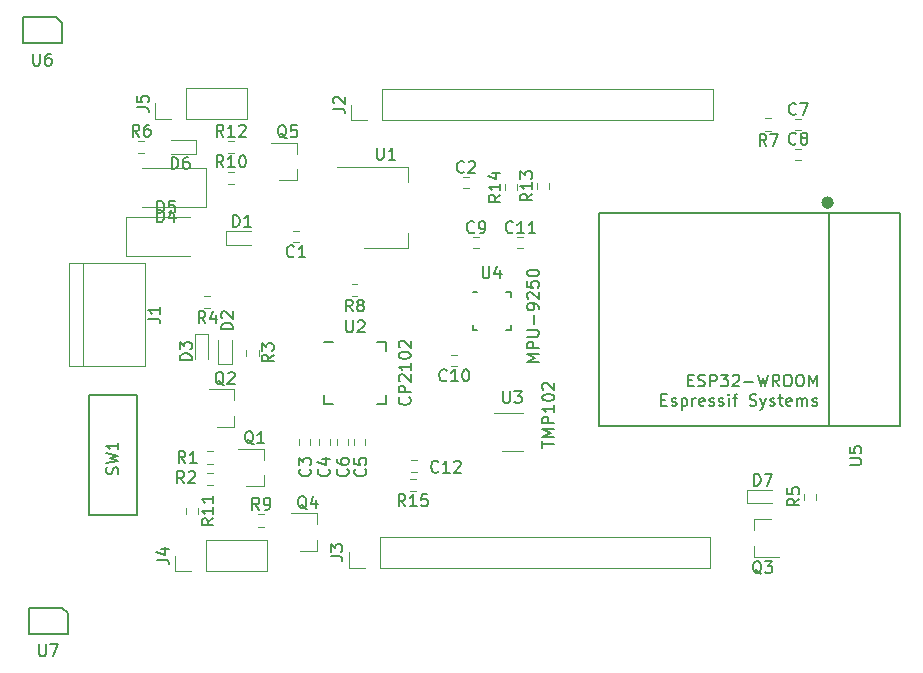
<source format=gbr>
G04 #@! TF.GenerationSoftware,KiCad,Pcbnew,no-vcs-found-aeac415~59~ubuntu16.04.1*
G04 #@! TF.CreationDate,2017-08-23T23:17:48+02:00*
G04 #@! TF.ProjectId,GhostESP32,47686F737445535033322E6B69636164,rev?*
G04 #@! TF.SameCoordinates,Original*
G04 #@! TF.FileFunction,Legend,Top*
G04 #@! TF.FilePolarity,Positive*
%FSLAX46Y46*%
G04 Gerber Fmt 4.6, Leading zero omitted, Abs format (unit mm)*
G04 Created by KiCad (PCBNEW no-vcs-found-aeac415~59~ubuntu16.04.1) date Wed Aug 23 23:17:48 2017*
%MOMM*%
%LPD*%
G01*
G04 APERTURE LIST*
%ADD10C,0.150000*%
%ADD11C,0.120000*%
%ADD12C,0.500000*%
G04 APERTURE END LIST*
D10*
X144107142Y-111595238D02*
X144154761Y-111642857D01*
X144202380Y-111785714D01*
X144202380Y-111880952D01*
X144154761Y-112023809D01*
X144059523Y-112119047D01*
X143964285Y-112166666D01*
X143773809Y-112214285D01*
X143630952Y-112214285D01*
X143440476Y-112166666D01*
X143345238Y-112119047D01*
X143250000Y-112023809D01*
X143202380Y-111880952D01*
X143202380Y-111785714D01*
X143250000Y-111642857D01*
X143297619Y-111595238D01*
X144202380Y-111166666D02*
X143202380Y-111166666D01*
X143202380Y-110785714D01*
X143250000Y-110690476D01*
X143297619Y-110642857D01*
X143392857Y-110595238D01*
X143535714Y-110595238D01*
X143630952Y-110642857D01*
X143678571Y-110690476D01*
X143726190Y-110785714D01*
X143726190Y-111166666D01*
X143297619Y-110214285D02*
X143250000Y-110166666D01*
X143202380Y-110071428D01*
X143202380Y-109833333D01*
X143250000Y-109738095D01*
X143297619Y-109690476D01*
X143392857Y-109642857D01*
X143488095Y-109642857D01*
X143630952Y-109690476D01*
X144202380Y-110261904D01*
X144202380Y-109642857D01*
X144202380Y-108690476D02*
X144202380Y-109261904D01*
X144202380Y-108976190D02*
X143202380Y-108976190D01*
X143345238Y-109071428D01*
X143440476Y-109166666D01*
X143488095Y-109261904D01*
X143202380Y-108071428D02*
X143202380Y-107976190D01*
X143250000Y-107880952D01*
X143297619Y-107833333D01*
X143392857Y-107785714D01*
X143583333Y-107738095D01*
X143821428Y-107738095D01*
X144011904Y-107785714D01*
X144107142Y-107833333D01*
X144154761Y-107880952D01*
X144202380Y-107976190D01*
X144202380Y-108071428D01*
X144154761Y-108166666D01*
X144107142Y-108214285D01*
X144011904Y-108261904D01*
X143821428Y-108309523D01*
X143583333Y-108309523D01*
X143392857Y-108261904D01*
X143297619Y-108214285D01*
X143250000Y-108166666D01*
X143202380Y-108071428D01*
X143297619Y-107357142D02*
X143250000Y-107309523D01*
X143202380Y-107214285D01*
X143202380Y-106976190D01*
X143250000Y-106880952D01*
X143297619Y-106833333D01*
X143392857Y-106785714D01*
X143488095Y-106785714D01*
X143630952Y-106833333D01*
X144202380Y-107404761D01*
X144202380Y-106785714D01*
X155052380Y-108580952D02*
X154052380Y-108580952D01*
X154766666Y-108247619D01*
X154052380Y-107914285D01*
X155052380Y-107914285D01*
X155052380Y-107438095D02*
X154052380Y-107438095D01*
X154052380Y-107057142D01*
X154100000Y-106961904D01*
X154147619Y-106914285D01*
X154242857Y-106866666D01*
X154385714Y-106866666D01*
X154480952Y-106914285D01*
X154528571Y-106961904D01*
X154576190Y-107057142D01*
X154576190Y-107438095D01*
X154052380Y-106438095D02*
X154861904Y-106438095D01*
X154957142Y-106390476D01*
X155004761Y-106342857D01*
X155052380Y-106247619D01*
X155052380Y-106057142D01*
X155004761Y-105961904D01*
X154957142Y-105914285D01*
X154861904Y-105866666D01*
X154052380Y-105866666D01*
X154671428Y-105390476D02*
X154671428Y-104628571D01*
X155052380Y-104104761D02*
X155052380Y-103914285D01*
X155004761Y-103819047D01*
X154957142Y-103771428D01*
X154814285Y-103676190D01*
X154623809Y-103628571D01*
X154242857Y-103628571D01*
X154147619Y-103676190D01*
X154100000Y-103723809D01*
X154052380Y-103819047D01*
X154052380Y-104009523D01*
X154100000Y-104104761D01*
X154147619Y-104152380D01*
X154242857Y-104200000D01*
X154480952Y-104200000D01*
X154576190Y-104152380D01*
X154623809Y-104104761D01*
X154671428Y-104009523D01*
X154671428Y-103819047D01*
X154623809Y-103723809D01*
X154576190Y-103676190D01*
X154480952Y-103628571D01*
X154147619Y-103247619D02*
X154100000Y-103200000D01*
X154052380Y-103104761D01*
X154052380Y-102866666D01*
X154100000Y-102771428D01*
X154147619Y-102723809D01*
X154242857Y-102676190D01*
X154338095Y-102676190D01*
X154480952Y-102723809D01*
X155052380Y-103295238D01*
X155052380Y-102676190D01*
X154052380Y-101771428D02*
X154052380Y-102247619D01*
X154528571Y-102295238D01*
X154480952Y-102247619D01*
X154433333Y-102152380D01*
X154433333Y-101914285D01*
X154480952Y-101819047D01*
X154528571Y-101771428D01*
X154623809Y-101723809D01*
X154861904Y-101723809D01*
X154957142Y-101771428D01*
X155004761Y-101819047D01*
X155052380Y-101914285D01*
X155052380Y-102152380D01*
X155004761Y-102247619D01*
X154957142Y-102295238D01*
X154052380Y-101104761D02*
X154052380Y-101009523D01*
X154100000Y-100914285D01*
X154147619Y-100866666D01*
X154242857Y-100819047D01*
X154433333Y-100771428D01*
X154671428Y-100771428D01*
X154861904Y-100819047D01*
X154957142Y-100866666D01*
X155004761Y-100914285D01*
X155052380Y-101009523D01*
X155052380Y-101104761D01*
X155004761Y-101200000D01*
X154957142Y-101247619D01*
X154861904Y-101295238D01*
X154671428Y-101342857D01*
X154433333Y-101342857D01*
X154242857Y-101295238D01*
X154147619Y-101247619D01*
X154100000Y-101200000D01*
X154052380Y-101104761D01*
X155352380Y-115835714D02*
X155352380Y-115264285D01*
X156352380Y-115550000D02*
X155352380Y-115550000D01*
X156352380Y-114930952D02*
X155352380Y-114930952D01*
X156066666Y-114597619D01*
X155352380Y-114264285D01*
X156352380Y-114264285D01*
X156352380Y-113788095D02*
X155352380Y-113788095D01*
X155352380Y-113407142D01*
X155400000Y-113311904D01*
X155447619Y-113264285D01*
X155542857Y-113216666D01*
X155685714Y-113216666D01*
X155780952Y-113264285D01*
X155828571Y-113311904D01*
X155876190Y-113407142D01*
X155876190Y-113788095D01*
X156352380Y-112264285D02*
X156352380Y-112835714D01*
X156352380Y-112550000D02*
X155352380Y-112550000D01*
X155495238Y-112645238D01*
X155590476Y-112740476D01*
X155638095Y-112835714D01*
X155352380Y-111645238D02*
X155352380Y-111550000D01*
X155400000Y-111454761D01*
X155447619Y-111407142D01*
X155542857Y-111359523D01*
X155733333Y-111311904D01*
X155971428Y-111311904D01*
X156161904Y-111359523D01*
X156257142Y-111407142D01*
X156304761Y-111454761D01*
X156352380Y-111550000D01*
X156352380Y-111645238D01*
X156304761Y-111740476D01*
X156257142Y-111788095D01*
X156161904Y-111835714D01*
X155971428Y-111883333D01*
X155733333Y-111883333D01*
X155542857Y-111835714D01*
X155447619Y-111788095D01*
X155400000Y-111740476D01*
X155352380Y-111645238D01*
X155447619Y-110930952D02*
X155400000Y-110883333D01*
X155352380Y-110788095D01*
X155352380Y-110550000D01*
X155400000Y-110454761D01*
X155447619Y-110407142D01*
X155542857Y-110359523D01*
X155638095Y-110359523D01*
X155780952Y-110407142D01*
X156352380Y-110978571D01*
X156352380Y-110359523D01*
D11*
X132010000Y-126330000D02*
X132010000Y-123670000D01*
X126870000Y-126330000D02*
X132010000Y-126330000D01*
X126870000Y-123670000D02*
X132010000Y-123670000D01*
X126870000Y-126330000D02*
X126870000Y-123670000D01*
X125600000Y-126330000D02*
X124270000Y-126330000D01*
X124270000Y-126330000D02*
X124270000Y-125000000D01*
X126900000Y-95450000D02*
X126900000Y-92150000D01*
X126900000Y-92150000D02*
X121500000Y-92150000D01*
X126900000Y-95450000D02*
X121500000Y-95450000D01*
X129250000Y-92470000D02*
X128750000Y-92470000D01*
X128750000Y-93530000D02*
X129250000Y-93530000D01*
D10*
X111899800Y-129382400D02*
X111874400Y-129407800D01*
X111874400Y-131592200D02*
X111874400Y-129407800D01*
X115176400Y-131592200D02*
X111874400Y-131592200D01*
X115176400Y-129865000D02*
X115176400Y-131592200D01*
X114693800Y-129382400D02*
X115176400Y-129865000D01*
X111899800Y-129382400D02*
X114693800Y-129382400D01*
X111399800Y-79382400D02*
X114193800Y-79382400D01*
X114193800Y-79382400D02*
X114676400Y-79865000D01*
X114676400Y-79865000D02*
X114676400Y-81592200D01*
X114676400Y-81592200D02*
X111374400Y-81592200D01*
X111374400Y-81592200D02*
X111374400Y-79407800D01*
X111399800Y-79382400D02*
X111374400Y-79407800D01*
D11*
X144750000Y-116930000D02*
X144250000Y-116930000D01*
X144250000Y-117870000D02*
X144750000Y-117870000D01*
X153250000Y-98970000D02*
X153750000Y-98970000D01*
X153750000Y-98030000D02*
X153250000Y-98030000D01*
X147650000Y-108970000D02*
X148150000Y-108970000D01*
X148150000Y-108030000D02*
X147650000Y-108030000D01*
X149500000Y-98970000D02*
X150000000Y-98970000D01*
X150000000Y-98030000D02*
X149500000Y-98030000D01*
X177250000Y-90530000D02*
X176750000Y-90530000D01*
X176750000Y-91470000D02*
X177250000Y-91470000D01*
X176750000Y-88970000D02*
X177250000Y-88970000D01*
X177250000Y-88030000D02*
X176750000Y-88030000D01*
X138870000Y-115650000D02*
X138870000Y-115150000D01*
X137930000Y-115150000D02*
X137930000Y-115650000D01*
X139430000Y-115150000D02*
X139430000Y-115650000D01*
X140370000Y-115650000D02*
X140370000Y-115150000D01*
X137370000Y-115650000D02*
X137370000Y-115150000D01*
X136430000Y-115150000D02*
X136430000Y-115650000D01*
X134730000Y-115150000D02*
X134730000Y-115650000D01*
X135670000Y-115650000D02*
X135670000Y-115150000D01*
X149150000Y-92930000D02*
X148650000Y-92930000D01*
X148650000Y-93870000D02*
X149150000Y-93870000D01*
X134750000Y-97530000D02*
X134250000Y-97530000D01*
X134250000Y-98470000D02*
X134750000Y-98470000D01*
X115270000Y-100250000D02*
X121680000Y-100250000D01*
X116500000Y-108950000D02*
X116500000Y-100250000D01*
X121680000Y-108950000D02*
X115270000Y-108950000D01*
X121680000Y-100250000D02*
X121680000Y-108950000D01*
X115270000Y-100250000D02*
X115270000Y-108950000D01*
X128600000Y-97530000D02*
X130700000Y-97530000D01*
X128600000Y-98670000D02*
X130700000Y-98670000D01*
X128600000Y-97530000D02*
X128600000Y-98670000D01*
X127930000Y-108800000D02*
X129070000Y-108800000D01*
X129070000Y-108800000D02*
X129070000Y-106700000D01*
X127930000Y-108800000D02*
X127930000Y-106700000D01*
X127070000Y-106200000D02*
X127070000Y-108300000D01*
X125930000Y-106200000D02*
X125930000Y-108300000D01*
X127070000Y-106200000D02*
X125930000Y-106200000D01*
X126000000Y-90970000D02*
X126000000Y-89830000D01*
X126000000Y-89830000D02*
X123900000Y-89830000D01*
X126000000Y-90970000D02*
X123900000Y-90970000D01*
X172700000Y-119430000D02*
X174800000Y-119430000D01*
X172700000Y-120570000D02*
X174800000Y-120570000D01*
X172700000Y-119430000D02*
X172700000Y-120570000D01*
X120100000Y-96350000D02*
X125500000Y-96350000D01*
X120100000Y-99650000D02*
X125500000Y-99650000D01*
X120100000Y-96350000D02*
X120100000Y-99650000D01*
D10*
X149465000Y-102700000D02*
X149865000Y-102700000D01*
X152665000Y-102700000D02*
X152265000Y-102700000D01*
X152665000Y-102700000D02*
X152665000Y-103100000D01*
X152665000Y-105900000D02*
X152265000Y-105900000D01*
X152665000Y-105900000D02*
X152665000Y-105500000D01*
X149465000Y-105900000D02*
X149865000Y-105900000D01*
X149465000Y-105900000D02*
X149465000Y-105500000D01*
X142125000Y-106875000D02*
X141375000Y-106875000D01*
X142125000Y-112125000D02*
X141375000Y-112125000D01*
X136875000Y-112125000D02*
X137625000Y-112125000D01*
X136875000Y-106875000D02*
X137625000Y-106875000D01*
X142125000Y-112125000D02*
X142125000Y-111375000D01*
X136875000Y-112125000D02*
X136875000Y-111375000D01*
X142125000Y-106875000D02*
X142125000Y-107625000D01*
D12*
X179787981Y-95094000D02*
G75*
G03X179787981Y-95094000I-283981J0D01*
G01*
D10*
X179650000Y-114000000D02*
X179650000Y-96000000D01*
X185650000Y-96000000D02*
X160150000Y-96000000D01*
X185650000Y-114000000D02*
X160150000Y-114000000D01*
X160150000Y-114000000D02*
X160150000Y-96000000D01*
X185650000Y-114000000D02*
X185650000Y-96000000D01*
X121032000Y-121580000D02*
X121032000Y-111420000D01*
X121032000Y-111420000D02*
X116968000Y-111420000D01*
X116968000Y-111420000D02*
X116968000Y-121580000D01*
X116968000Y-121580000D02*
X121032000Y-121580000D01*
X121032000Y-121580000D02*
X121032000Y-121580000D01*
D11*
X122570000Y-88030000D02*
X122570000Y-86700000D01*
X123900000Y-88030000D02*
X122570000Y-88030000D01*
X125170000Y-88030000D02*
X125170000Y-85370000D01*
X125170000Y-85370000D02*
X130310000Y-85370000D01*
X125170000Y-88030000D02*
X130310000Y-88030000D01*
X130310000Y-88030000D02*
X130310000Y-85370000D01*
X169570000Y-126030000D02*
X169570000Y-123370000D01*
X141570000Y-126030000D02*
X169570000Y-126030000D01*
X141570000Y-123370000D02*
X169570000Y-123370000D01*
X141570000Y-126030000D02*
X141570000Y-123370000D01*
X140300000Y-126030000D02*
X138970000Y-126030000D01*
X138970000Y-126030000D02*
X138970000Y-124700000D01*
X139190000Y-88130000D02*
X139190000Y-86800000D01*
X140520000Y-88130000D02*
X139190000Y-88130000D01*
X141790000Y-88130000D02*
X141790000Y-85470000D01*
X141790000Y-85470000D02*
X169790000Y-85470000D01*
X141790000Y-88130000D02*
X169790000Y-88130000D01*
X169790000Y-88130000D02*
X169790000Y-85470000D01*
X128750000Y-90930000D02*
X129250000Y-90930000D01*
X129250000Y-89870000D02*
X128750000Y-89870000D01*
X144150000Y-119530000D02*
X144650000Y-119530000D01*
X144650000Y-118470000D02*
X144150000Y-118470000D01*
X153230000Y-94050000D02*
X153230000Y-93550000D01*
X152170000Y-93550000D02*
X152170000Y-94050000D01*
X127450000Y-116170000D02*
X126950000Y-116170000D01*
X126950000Y-117230000D02*
X127450000Y-117230000D01*
X126950000Y-119030000D02*
X127450000Y-119030000D01*
X127450000Y-117970000D02*
X126950000Y-117970000D01*
X131330000Y-108050000D02*
X131330000Y-107550000D01*
X130270000Y-107550000D02*
X130270000Y-108050000D01*
X127250000Y-102970000D02*
X126750000Y-102970000D01*
X126750000Y-104030000D02*
X127250000Y-104030000D01*
X121650000Y-89870000D02*
X121150000Y-89870000D01*
X121150000Y-90930000D02*
X121650000Y-90930000D01*
X174750000Y-87970000D02*
X174250000Y-87970000D01*
X174250000Y-89030000D02*
X174750000Y-89030000D01*
X139200000Y-103030000D02*
X139700000Y-103030000D01*
X139700000Y-101970000D02*
X139200000Y-101970000D01*
X131300000Y-122530000D02*
X131800000Y-122530000D01*
X131800000Y-121470000D02*
X131300000Y-121470000D01*
X125170000Y-120950000D02*
X125170000Y-121450000D01*
X126230000Y-121450000D02*
X126230000Y-120950000D01*
X154870000Y-93450000D02*
X154870000Y-93950000D01*
X155930000Y-93950000D02*
X155930000Y-93450000D01*
X178530000Y-120250000D02*
X178530000Y-119750000D01*
X177470000Y-119750000D02*
X177470000Y-120250000D01*
X138000000Y-92090000D02*
X144010000Y-92090000D01*
X140250000Y-98910000D02*
X144010000Y-98910000D01*
X144010000Y-92090000D02*
X144010000Y-93350000D01*
X144010000Y-98910000D02*
X144010000Y-97650000D01*
X129260000Y-114080000D02*
X127800000Y-114080000D01*
X129260000Y-110920000D02*
X127100000Y-110920000D01*
X129260000Y-110920000D02*
X129260000Y-111850000D01*
X129260000Y-114080000D02*
X129260000Y-113150000D01*
X173240000Y-121920000D02*
X173240000Y-122850000D01*
X173240000Y-125080000D02*
X173240000Y-124150000D01*
X173240000Y-125080000D02*
X175400000Y-125080000D01*
X173240000Y-121920000D02*
X174700000Y-121920000D01*
X131760000Y-119080000D02*
X130300000Y-119080000D01*
X131760000Y-115920000D02*
X129600000Y-115920000D01*
X131760000Y-115920000D02*
X131760000Y-116850000D01*
X131760000Y-119080000D02*
X131760000Y-118150000D01*
X134560000Y-93180000D02*
X134560000Y-92250000D01*
X134560000Y-90020000D02*
X134560000Y-90950000D01*
X134560000Y-90020000D02*
X132400000Y-90020000D01*
X134560000Y-93180000D02*
X133100000Y-93180000D01*
X136260000Y-124580000D02*
X134800000Y-124580000D01*
X136260000Y-121420000D02*
X134100000Y-121420000D01*
X136260000Y-121420000D02*
X136260000Y-122350000D01*
X136260000Y-124580000D02*
X136260000Y-123650000D01*
X153700000Y-112890000D02*
X151250000Y-112890000D01*
X151900000Y-116110000D02*
X153700000Y-116110000D01*
D10*
X122722380Y-125333333D02*
X123436666Y-125333333D01*
X123579523Y-125380952D01*
X123674761Y-125476190D01*
X123722380Y-125619047D01*
X123722380Y-125714285D01*
X123055714Y-124428571D02*
X123722380Y-124428571D01*
X122674761Y-124666666D02*
X123389047Y-124904761D01*
X123389047Y-124285714D01*
X122761904Y-96752380D02*
X122761904Y-95752380D01*
X123000000Y-95752380D01*
X123142857Y-95800000D01*
X123238095Y-95895238D01*
X123285714Y-95990476D01*
X123333333Y-96180952D01*
X123333333Y-96323809D01*
X123285714Y-96514285D01*
X123238095Y-96609523D01*
X123142857Y-96704761D01*
X123000000Y-96752380D01*
X122761904Y-96752380D01*
X124190476Y-96085714D02*
X124190476Y-96752380D01*
X123952380Y-95704761D02*
X123714285Y-96419047D01*
X124333333Y-96419047D01*
X128357142Y-92102380D02*
X128023809Y-91626190D01*
X127785714Y-92102380D02*
X127785714Y-91102380D01*
X128166666Y-91102380D01*
X128261904Y-91150000D01*
X128309523Y-91197619D01*
X128357142Y-91292857D01*
X128357142Y-91435714D01*
X128309523Y-91530952D01*
X128261904Y-91578571D01*
X128166666Y-91626190D01*
X127785714Y-91626190D01*
X129309523Y-92102380D02*
X128738095Y-92102380D01*
X129023809Y-92102380D02*
X129023809Y-91102380D01*
X128928571Y-91245238D01*
X128833333Y-91340476D01*
X128738095Y-91388095D01*
X129928571Y-91102380D02*
X130023809Y-91102380D01*
X130119047Y-91150000D01*
X130166666Y-91197619D01*
X130214285Y-91292857D01*
X130261904Y-91483333D01*
X130261904Y-91721428D01*
X130214285Y-91911904D01*
X130166666Y-92007142D01*
X130119047Y-92054761D01*
X130023809Y-92102380D01*
X129928571Y-92102380D01*
X129833333Y-92054761D01*
X129785714Y-92007142D01*
X129738095Y-91911904D01*
X129690476Y-91721428D01*
X129690476Y-91483333D01*
X129738095Y-91292857D01*
X129785714Y-91197619D01*
X129833333Y-91150000D01*
X129928571Y-91102380D01*
X112738095Y-132492380D02*
X112738095Y-133301904D01*
X112785714Y-133397142D01*
X112833333Y-133444761D01*
X112928571Y-133492380D01*
X113119047Y-133492380D01*
X113214285Y-133444761D01*
X113261904Y-133397142D01*
X113309523Y-133301904D01*
X113309523Y-132492380D01*
X113690476Y-132492380D02*
X114357142Y-132492380D01*
X113928571Y-133492380D01*
X112238095Y-82492380D02*
X112238095Y-83301904D01*
X112285714Y-83397142D01*
X112333333Y-83444761D01*
X112428571Y-83492380D01*
X112619047Y-83492380D01*
X112714285Y-83444761D01*
X112761904Y-83397142D01*
X112809523Y-83301904D01*
X112809523Y-82492380D01*
X113714285Y-82492380D02*
X113523809Y-82492380D01*
X113428571Y-82540000D01*
X113380952Y-82587619D01*
X113285714Y-82730476D01*
X113238095Y-82920952D01*
X113238095Y-83301904D01*
X113285714Y-83397142D01*
X113333333Y-83444761D01*
X113428571Y-83492380D01*
X113619047Y-83492380D01*
X113714285Y-83444761D01*
X113761904Y-83397142D01*
X113809523Y-83301904D01*
X113809523Y-83063809D01*
X113761904Y-82968571D01*
X113714285Y-82920952D01*
X113619047Y-82873333D01*
X113428571Y-82873333D01*
X113333333Y-82920952D01*
X113285714Y-82968571D01*
X113238095Y-83063809D01*
X146557142Y-117857142D02*
X146509523Y-117904761D01*
X146366666Y-117952380D01*
X146271428Y-117952380D01*
X146128571Y-117904761D01*
X146033333Y-117809523D01*
X145985714Y-117714285D01*
X145938095Y-117523809D01*
X145938095Y-117380952D01*
X145985714Y-117190476D01*
X146033333Y-117095238D01*
X146128571Y-117000000D01*
X146271428Y-116952380D01*
X146366666Y-116952380D01*
X146509523Y-117000000D01*
X146557142Y-117047619D01*
X147509523Y-117952380D02*
X146938095Y-117952380D01*
X147223809Y-117952380D02*
X147223809Y-116952380D01*
X147128571Y-117095238D01*
X147033333Y-117190476D01*
X146938095Y-117238095D01*
X147890476Y-117047619D02*
X147938095Y-117000000D01*
X148033333Y-116952380D01*
X148271428Y-116952380D01*
X148366666Y-117000000D01*
X148414285Y-117047619D01*
X148461904Y-117142857D01*
X148461904Y-117238095D01*
X148414285Y-117380952D01*
X147842857Y-117952380D01*
X148461904Y-117952380D01*
X152857142Y-97587142D02*
X152809523Y-97634761D01*
X152666666Y-97682380D01*
X152571428Y-97682380D01*
X152428571Y-97634761D01*
X152333333Y-97539523D01*
X152285714Y-97444285D01*
X152238095Y-97253809D01*
X152238095Y-97110952D01*
X152285714Y-96920476D01*
X152333333Y-96825238D01*
X152428571Y-96730000D01*
X152571428Y-96682380D01*
X152666666Y-96682380D01*
X152809523Y-96730000D01*
X152857142Y-96777619D01*
X153809523Y-97682380D02*
X153238095Y-97682380D01*
X153523809Y-97682380D02*
X153523809Y-96682380D01*
X153428571Y-96825238D01*
X153333333Y-96920476D01*
X153238095Y-96968095D01*
X154761904Y-97682380D02*
X154190476Y-97682380D01*
X154476190Y-97682380D02*
X154476190Y-96682380D01*
X154380952Y-96825238D01*
X154285714Y-96920476D01*
X154190476Y-96968095D01*
X147257142Y-110127142D02*
X147209523Y-110174761D01*
X147066666Y-110222380D01*
X146971428Y-110222380D01*
X146828571Y-110174761D01*
X146733333Y-110079523D01*
X146685714Y-109984285D01*
X146638095Y-109793809D01*
X146638095Y-109650952D01*
X146685714Y-109460476D01*
X146733333Y-109365238D01*
X146828571Y-109270000D01*
X146971428Y-109222380D01*
X147066666Y-109222380D01*
X147209523Y-109270000D01*
X147257142Y-109317619D01*
X148209523Y-110222380D02*
X147638095Y-110222380D01*
X147923809Y-110222380D02*
X147923809Y-109222380D01*
X147828571Y-109365238D01*
X147733333Y-109460476D01*
X147638095Y-109508095D01*
X148828571Y-109222380D02*
X148923809Y-109222380D01*
X149019047Y-109270000D01*
X149066666Y-109317619D01*
X149114285Y-109412857D01*
X149161904Y-109603333D01*
X149161904Y-109841428D01*
X149114285Y-110031904D01*
X149066666Y-110127142D01*
X149019047Y-110174761D01*
X148923809Y-110222380D01*
X148828571Y-110222380D01*
X148733333Y-110174761D01*
X148685714Y-110127142D01*
X148638095Y-110031904D01*
X148590476Y-109841428D01*
X148590476Y-109603333D01*
X148638095Y-109412857D01*
X148685714Y-109317619D01*
X148733333Y-109270000D01*
X148828571Y-109222380D01*
X149583333Y-97587142D02*
X149535714Y-97634761D01*
X149392857Y-97682380D01*
X149297619Y-97682380D01*
X149154761Y-97634761D01*
X149059523Y-97539523D01*
X149011904Y-97444285D01*
X148964285Y-97253809D01*
X148964285Y-97110952D01*
X149011904Y-96920476D01*
X149059523Y-96825238D01*
X149154761Y-96730000D01*
X149297619Y-96682380D01*
X149392857Y-96682380D01*
X149535714Y-96730000D01*
X149583333Y-96777619D01*
X150059523Y-97682380D02*
X150250000Y-97682380D01*
X150345238Y-97634761D01*
X150392857Y-97587142D01*
X150488095Y-97444285D01*
X150535714Y-97253809D01*
X150535714Y-96872857D01*
X150488095Y-96777619D01*
X150440476Y-96730000D01*
X150345238Y-96682380D01*
X150154761Y-96682380D01*
X150059523Y-96730000D01*
X150011904Y-96777619D01*
X149964285Y-96872857D01*
X149964285Y-97110952D01*
X150011904Y-97206190D01*
X150059523Y-97253809D01*
X150154761Y-97301428D01*
X150345238Y-97301428D01*
X150440476Y-97253809D01*
X150488095Y-97206190D01*
X150535714Y-97110952D01*
X176833333Y-90087142D02*
X176785714Y-90134761D01*
X176642857Y-90182380D01*
X176547619Y-90182380D01*
X176404761Y-90134761D01*
X176309523Y-90039523D01*
X176261904Y-89944285D01*
X176214285Y-89753809D01*
X176214285Y-89610952D01*
X176261904Y-89420476D01*
X176309523Y-89325238D01*
X176404761Y-89230000D01*
X176547619Y-89182380D01*
X176642857Y-89182380D01*
X176785714Y-89230000D01*
X176833333Y-89277619D01*
X177404761Y-89610952D02*
X177309523Y-89563333D01*
X177261904Y-89515714D01*
X177214285Y-89420476D01*
X177214285Y-89372857D01*
X177261904Y-89277619D01*
X177309523Y-89230000D01*
X177404761Y-89182380D01*
X177595238Y-89182380D01*
X177690476Y-89230000D01*
X177738095Y-89277619D01*
X177785714Y-89372857D01*
X177785714Y-89420476D01*
X177738095Y-89515714D01*
X177690476Y-89563333D01*
X177595238Y-89610952D01*
X177404761Y-89610952D01*
X177309523Y-89658571D01*
X177261904Y-89706190D01*
X177214285Y-89801428D01*
X177214285Y-89991904D01*
X177261904Y-90087142D01*
X177309523Y-90134761D01*
X177404761Y-90182380D01*
X177595238Y-90182380D01*
X177690476Y-90134761D01*
X177738095Y-90087142D01*
X177785714Y-89991904D01*
X177785714Y-89801428D01*
X177738095Y-89706190D01*
X177690476Y-89658571D01*
X177595238Y-89610952D01*
X176833333Y-87587142D02*
X176785714Y-87634761D01*
X176642857Y-87682380D01*
X176547619Y-87682380D01*
X176404761Y-87634761D01*
X176309523Y-87539523D01*
X176261904Y-87444285D01*
X176214285Y-87253809D01*
X176214285Y-87110952D01*
X176261904Y-86920476D01*
X176309523Y-86825238D01*
X176404761Y-86730000D01*
X176547619Y-86682380D01*
X176642857Y-86682380D01*
X176785714Y-86730000D01*
X176833333Y-86777619D01*
X177166666Y-86682380D02*
X177833333Y-86682380D01*
X177404761Y-87682380D01*
X138857142Y-117666666D02*
X138904761Y-117714285D01*
X138952380Y-117857142D01*
X138952380Y-117952380D01*
X138904761Y-118095238D01*
X138809523Y-118190476D01*
X138714285Y-118238095D01*
X138523809Y-118285714D01*
X138380952Y-118285714D01*
X138190476Y-118238095D01*
X138095238Y-118190476D01*
X138000000Y-118095238D01*
X137952380Y-117952380D01*
X137952380Y-117857142D01*
X138000000Y-117714285D01*
X138047619Y-117666666D01*
X137952380Y-116809523D02*
X137952380Y-117000000D01*
X138000000Y-117095238D01*
X138047619Y-117142857D01*
X138190476Y-117238095D01*
X138380952Y-117285714D01*
X138761904Y-117285714D01*
X138857142Y-117238095D01*
X138904761Y-117190476D01*
X138952380Y-117095238D01*
X138952380Y-116904761D01*
X138904761Y-116809523D01*
X138857142Y-116761904D01*
X138761904Y-116714285D01*
X138523809Y-116714285D01*
X138428571Y-116761904D01*
X138380952Y-116809523D01*
X138333333Y-116904761D01*
X138333333Y-117095238D01*
X138380952Y-117190476D01*
X138428571Y-117238095D01*
X138523809Y-117285714D01*
X140357142Y-117666666D02*
X140404761Y-117714285D01*
X140452380Y-117857142D01*
X140452380Y-117952380D01*
X140404761Y-118095238D01*
X140309523Y-118190476D01*
X140214285Y-118238095D01*
X140023809Y-118285714D01*
X139880952Y-118285714D01*
X139690476Y-118238095D01*
X139595238Y-118190476D01*
X139500000Y-118095238D01*
X139452380Y-117952380D01*
X139452380Y-117857142D01*
X139500000Y-117714285D01*
X139547619Y-117666666D01*
X139452380Y-116761904D02*
X139452380Y-117238095D01*
X139928571Y-117285714D01*
X139880952Y-117238095D01*
X139833333Y-117142857D01*
X139833333Y-116904761D01*
X139880952Y-116809523D01*
X139928571Y-116761904D01*
X140023809Y-116714285D01*
X140261904Y-116714285D01*
X140357142Y-116761904D01*
X140404761Y-116809523D01*
X140452380Y-116904761D01*
X140452380Y-117142857D01*
X140404761Y-117238095D01*
X140357142Y-117285714D01*
X137257142Y-117666666D02*
X137304761Y-117714285D01*
X137352380Y-117857142D01*
X137352380Y-117952380D01*
X137304761Y-118095238D01*
X137209523Y-118190476D01*
X137114285Y-118238095D01*
X136923809Y-118285714D01*
X136780952Y-118285714D01*
X136590476Y-118238095D01*
X136495238Y-118190476D01*
X136400000Y-118095238D01*
X136352380Y-117952380D01*
X136352380Y-117857142D01*
X136400000Y-117714285D01*
X136447619Y-117666666D01*
X136685714Y-116809523D02*
X137352380Y-116809523D01*
X136304761Y-117047619D02*
X137019047Y-117285714D01*
X137019047Y-116666666D01*
X135657142Y-117666666D02*
X135704761Y-117714285D01*
X135752380Y-117857142D01*
X135752380Y-117952380D01*
X135704761Y-118095238D01*
X135609523Y-118190476D01*
X135514285Y-118238095D01*
X135323809Y-118285714D01*
X135180952Y-118285714D01*
X134990476Y-118238095D01*
X134895238Y-118190476D01*
X134800000Y-118095238D01*
X134752380Y-117952380D01*
X134752380Y-117857142D01*
X134800000Y-117714285D01*
X134847619Y-117666666D01*
X134752380Y-117333333D02*
X134752380Y-116714285D01*
X135133333Y-117047619D01*
X135133333Y-116904761D01*
X135180952Y-116809523D01*
X135228571Y-116761904D01*
X135323809Y-116714285D01*
X135561904Y-116714285D01*
X135657142Y-116761904D01*
X135704761Y-116809523D01*
X135752380Y-116904761D01*
X135752380Y-117190476D01*
X135704761Y-117285714D01*
X135657142Y-117333333D01*
X148733333Y-92487142D02*
X148685714Y-92534761D01*
X148542857Y-92582380D01*
X148447619Y-92582380D01*
X148304761Y-92534761D01*
X148209523Y-92439523D01*
X148161904Y-92344285D01*
X148114285Y-92153809D01*
X148114285Y-92010952D01*
X148161904Y-91820476D01*
X148209523Y-91725238D01*
X148304761Y-91630000D01*
X148447619Y-91582380D01*
X148542857Y-91582380D01*
X148685714Y-91630000D01*
X148733333Y-91677619D01*
X149114285Y-91677619D02*
X149161904Y-91630000D01*
X149257142Y-91582380D01*
X149495238Y-91582380D01*
X149590476Y-91630000D01*
X149638095Y-91677619D01*
X149685714Y-91772857D01*
X149685714Y-91868095D01*
X149638095Y-92010952D01*
X149066666Y-92582380D01*
X149685714Y-92582380D01*
X134333333Y-99627142D02*
X134285714Y-99674761D01*
X134142857Y-99722380D01*
X134047619Y-99722380D01*
X133904761Y-99674761D01*
X133809523Y-99579523D01*
X133761904Y-99484285D01*
X133714285Y-99293809D01*
X133714285Y-99150952D01*
X133761904Y-98960476D01*
X133809523Y-98865238D01*
X133904761Y-98770000D01*
X134047619Y-98722380D01*
X134142857Y-98722380D01*
X134285714Y-98770000D01*
X134333333Y-98817619D01*
X135285714Y-99722380D02*
X134714285Y-99722380D01*
X135000000Y-99722380D02*
X135000000Y-98722380D01*
X134904761Y-98865238D01*
X134809523Y-98960476D01*
X134714285Y-99008095D01*
X121992380Y-104933333D02*
X122706666Y-104933333D01*
X122849523Y-104980952D01*
X122944761Y-105076190D01*
X122992380Y-105219047D01*
X122992380Y-105314285D01*
X122992380Y-103933333D02*
X122992380Y-104504761D01*
X122992380Y-104219047D02*
X121992380Y-104219047D01*
X122135238Y-104314285D01*
X122230476Y-104409523D01*
X122278095Y-104504761D01*
X129161904Y-97152380D02*
X129161904Y-96152380D01*
X129400000Y-96152380D01*
X129542857Y-96200000D01*
X129638095Y-96295238D01*
X129685714Y-96390476D01*
X129733333Y-96580952D01*
X129733333Y-96723809D01*
X129685714Y-96914285D01*
X129638095Y-97009523D01*
X129542857Y-97104761D01*
X129400000Y-97152380D01*
X129161904Y-97152380D01*
X130685714Y-97152380D02*
X130114285Y-97152380D01*
X130400000Y-97152380D02*
X130400000Y-96152380D01*
X130304761Y-96295238D01*
X130209523Y-96390476D01*
X130114285Y-96438095D01*
X129152380Y-105838095D02*
X128152380Y-105838095D01*
X128152380Y-105600000D01*
X128200000Y-105457142D01*
X128295238Y-105361904D01*
X128390476Y-105314285D01*
X128580952Y-105266666D01*
X128723809Y-105266666D01*
X128914285Y-105314285D01*
X129009523Y-105361904D01*
X129104761Y-105457142D01*
X129152380Y-105600000D01*
X129152380Y-105838095D01*
X128247619Y-104885714D02*
X128200000Y-104838095D01*
X128152380Y-104742857D01*
X128152380Y-104504761D01*
X128200000Y-104409523D01*
X128247619Y-104361904D01*
X128342857Y-104314285D01*
X128438095Y-104314285D01*
X128580952Y-104361904D01*
X129152380Y-104933333D01*
X129152380Y-104314285D01*
X125652380Y-108438095D02*
X124652380Y-108438095D01*
X124652380Y-108200000D01*
X124700000Y-108057142D01*
X124795238Y-107961904D01*
X124890476Y-107914285D01*
X125080952Y-107866666D01*
X125223809Y-107866666D01*
X125414285Y-107914285D01*
X125509523Y-107961904D01*
X125604761Y-108057142D01*
X125652380Y-108200000D01*
X125652380Y-108438095D01*
X124652380Y-107533333D02*
X124652380Y-106914285D01*
X125033333Y-107247619D01*
X125033333Y-107104761D01*
X125080952Y-107009523D01*
X125128571Y-106961904D01*
X125223809Y-106914285D01*
X125461904Y-106914285D01*
X125557142Y-106961904D01*
X125604761Y-107009523D01*
X125652380Y-107104761D01*
X125652380Y-107390476D01*
X125604761Y-107485714D01*
X125557142Y-107533333D01*
X123961904Y-92252380D02*
X123961904Y-91252380D01*
X124200000Y-91252380D01*
X124342857Y-91300000D01*
X124438095Y-91395238D01*
X124485714Y-91490476D01*
X124533333Y-91680952D01*
X124533333Y-91823809D01*
X124485714Y-92014285D01*
X124438095Y-92109523D01*
X124342857Y-92204761D01*
X124200000Y-92252380D01*
X123961904Y-92252380D01*
X125390476Y-91252380D02*
X125200000Y-91252380D01*
X125104761Y-91300000D01*
X125057142Y-91347619D01*
X124961904Y-91490476D01*
X124914285Y-91680952D01*
X124914285Y-92061904D01*
X124961904Y-92157142D01*
X125009523Y-92204761D01*
X125104761Y-92252380D01*
X125295238Y-92252380D01*
X125390476Y-92204761D01*
X125438095Y-92157142D01*
X125485714Y-92061904D01*
X125485714Y-91823809D01*
X125438095Y-91728571D01*
X125390476Y-91680952D01*
X125295238Y-91633333D01*
X125104761Y-91633333D01*
X125009523Y-91680952D01*
X124961904Y-91728571D01*
X124914285Y-91823809D01*
X173261904Y-119052380D02*
X173261904Y-118052380D01*
X173500000Y-118052380D01*
X173642857Y-118100000D01*
X173738095Y-118195238D01*
X173785714Y-118290476D01*
X173833333Y-118480952D01*
X173833333Y-118623809D01*
X173785714Y-118814285D01*
X173738095Y-118909523D01*
X173642857Y-119004761D01*
X173500000Y-119052380D01*
X173261904Y-119052380D01*
X174166666Y-118052380D02*
X174833333Y-118052380D01*
X174404761Y-119052380D01*
X122761904Y-95952380D02*
X122761904Y-94952380D01*
X123000000Y-94952380D01*
X123142857Y-95000000D01*
X123238095Y-95095238D01*
X123285714Y-95190476D01*
X123333333Y-95380952D01*
X123333333Y-95523809D01*
X123285714Y-95714285D01*
X123238095Y-95809523D01*
X123142857Y-95904761D01*
X123000000Y-95952380D01*
X122761904Y-95952380D01*
X124238095Y-94952380D02*
X123761904Y-94952380D01*
X123714285Y-95428571D01*
X123761904Y-95380952D01*
X123857142Y-95333333D01*
X124095238Y-95333333D01*
X124190476Y-95380952D01*
X124238095Y-95428571D01*
X124285714Y-95523809D01*
X124285714Y-95761904D01*
X124238095Y-95857142D01*
X124190476Y-95904761D01*
X124095238Y-95952380D01*
X123857142Y-95952380D01*
X123761904Y-95904761D01*
X123714285Y-95857142D01*
X150303095Y-100502380D02*
X150303095Y-101311904D01*
X150350714Y-101407142D01*
X150398333Y-101454761D01*
X150493571Y-101502380D01*
X150684047Y-101502380D01*
X150779285Y-101454761D01*
X150826904Y-101407142D01*
X150874523Y-101311904D01*
X150874523Y-100502380D01*
X151779285Y-100835714D02*
X151779285Y-101502380D01*
X151541190Y-100454761D02*
X151303095Y-101169047D01*
X151922142Y-101169047D01*
X138738095Y-105077380D02*
X138738095Y-105886904D01*
X138785714Y-105982142D01*
X138833333Y-106029761D01*
X138928571Y-106077380D01*
X139119047Y-106077380D01*
X139214285Y-106029761D01*
X139261904Y-105982142D01*
X139309523Y-105886904D01*
X139309523Y-105077380D01*
X139738095Y-105172619D02*
X139785714Y-105125000D01*
X139880952Y-105077380D01*
X140119047Y-105077380D01*
X140214285Y-105125000D01*
X140261904Y-105172619D01*
X140309523Y-105267857D01*
X140309523Y-105363095D01*
X140261904Y-105505952D01*
X139690476Y-106077380D01*
X140309523Y-106077380D01*
X181369380Y-117318904D02*
X182178904Y-117318904D01*
X182274142Y-117271285D01*
X182321761Y-117223666D01*
X182369380Y-117128428D01*
X182369380Y-116937952D01*
X182321761Y-116842714D01*
X182274142Y-116795095D01*
X182178904Y-116747476D01*
X181369380Y-116747476D01*
X181369380Y-115795095D02*
X181369380Y-116271285D01*
X181845571Y-116318904D01*
X181797952Y-116271285D01*
X181750333Y-116176047D01*
X181750333Y-115937952D01*
X181797952Y-115842714D01*
X181845571Y-115795095D01*
X181940809Y-115747476D01*
X182178904Y-115747476D01*
X182274142Y-115795095D01*
X182321761Y-115842714D01*
X182369380Y-115937952D01*
X182369380Y-116176047D01*
X182321761Y-116271285D01*
X182274142Y-116318904D01*
X165439571Y-111786571D02*
X165772904Y-111786571D01*
X165915761Y-112310380D02*
X165439571Y-112310380D01*
X165439571Y-111310380D01*
X165915761Y-111310380D01*
X166296714Y-112262761D02*
X166391952Y-112310380D01*
X166582428Y-112310380D01*
X166677666Y-112262761D01*
X166725285Y-112167523D01*
X166725285Y-112119904D01*
X166677666Y-112024666D01*
X166582428Y-111977047D01*
X166439571Y-111977047D01*
X166344333Y-111929428D01*
X166296714Y-111834190D01*
X166296714Y-111786571D01*
X166344333Y-111691333D01*
X166439571Y-111643714D01*
X166582428Y-111643714D01*
X166677666Y-111691333D01*
X167153857Y-111643714D02*
X167153857Y-112643714D01*
X167153857Y-111691333D02*
X167249095Y-111643714D01*
X167439571Y-111643714D01*
X167534809Y-111691333D01*
X167582428Y-111738952D01*
X167630047Y-111834190D01*
X167630047Y-112119904D01*
X167582428Y-112215142D01*
X167534809Y-112262761D01*
X167439571Y-112310380D01*
X167249095Y-112310380D01*
X167153857Y-112262761D01*
X168058619Y-112310380D02*
X168058619Y-111643714D01*
X168058619Y-111834190D02*
X168106238Y-111738952D01*
X168153857Y-111691333D01*
X168249095Y-111643714D01*
X168344333Y-111643714D01*
X169058619Y-112262761D02*
X168963380Y-112310380D01*
X168772904Y-112310380D01*
X168677666Y-112262761D01*
X168630047Y-112167523D01*
X168630047Y-111786571D01*
X168677666Y-111691333D01*
X168772904Y-111643714D01*
X168963380Y-111643714D01*
X169058619Y-111691333D01*
X169106238Y-111786571D01*
X169106238Y-111881809D01*
X168630047Y-111977047D01*
X169487190Y-112262761D02*
X169582428Y-112310380D01*
X169772904Y-112310380D01*
X169868142Y-112262761D01*
X169915761Y-112167523D01*
X169915761Y-112119904D01*
X169868142Y-112024666D01*
X169772904Y-111977047D01*
X169630047Y-111977047D01*
X169534809Y-111929428D01*
X169487190Y-111834190D01*
X169487190Y-111786571D01*
X169534809Y-111691333D01*
X169630047Y-111643714D01*
X169772904Y-111643714D01*
X169868142Y-111691333D01*
X170296714Y-112262761D02*
X170391952Y-112310380D01*
X170582428Y-112310380D01*
X170677666Y-112262761D01*
X170725285Y-112167523D01*
X170725285Y-112119904D01*
X170677666Y-112024666D01*
X170582428Y-111977047D01*
X170439571Y-111977047D01*
X170344333Y-111929428D01*
X170296714Y-111834190D01*
X170296714Y-111786571D01*
X170344333Y-111691333D01*
X170439571Y-111643714D01*
X170582428Y-111643714D01*
X170677666Y-111691333D01*
X171153857Y-112310380D02*
X171153857Y-111643714D01*
X171153857Y-111310380D02*
X171106238Y-111358000D01*
X171153857Y-111405619D01*
X171201476Y-111358000D01*
X171153857Y-111310380D01*
X171153857Y-111405619D01*
X171487190Y-111643714D02*
X171868142Y-111643714D01*
X171630047Y-112310380D02*
X171630047Y-111453238D01*
X171677666Y-111358000D01*
X171772904Y-111310380D01*
X171868142Y-111310380D01*
X172915761Y-112262761D02*
X173058619Y-112310380D01*
X173296714Y-112310380D01*
X173391952Y-112262761D01*
X173439571Y-112215142D01*
X173487190Y-112119904D01*
X173487190Y-112024666D01*
X173439571Y-111929428D01*
X173391952Y-111881809D01*
X173296714Y-111834190D01*
X173106238Y-111786571D01*
X173011000Y-111738952D01*
X172963380Y-111691333D01*
X172915761Y-111596095D01*
X172915761Y-111500857D01*
X172963380Y-111405619D01*
X173011000Y-111358000D01*
X173106238Y-111310380D01*
X173344333Y-111310380D01*
X173487190Y-111358000D01*
X173820523Y-111643714D02*
X174058619Y-112310380D01*
X174296714Y-111643714D02*
X174058619Y-112310380D01*
X173963380Y-112548476D01*
X173915761Y-112596095D01*
X173820523Y-112643714D01*
X174630047Y-112262761D02*
X174725285Y-112310380D01*
X174915761Y-112310380D01*
X175011000Y-112262761D01*
X175058619Y-112167523D01*
X175058619Y-112119904D01*
X175011000Y-112024666D01*
X174915761Y-111977047D01*
X174772904Y-111977047D01*
X174677666Y-111929428D01*
X174630047Y-111834190D01*
X174630047Y-111786571D01*
X174677666Y-111691333D01*
X174772904Y-111643714D01*
X174915761Y-111643714D01*
X175011000Y-111691333D01*
X175344333Y-111643714D02*
X175725285Y-111643714D01*
X175487190Y-111310380D02*
X175487190Y-112167523D01*
X175534809Y-112262761D01*
X175630047Y-112310380D01*
X175725285Y-112310380D01*
X176439571Y-112262761D02*
X176344333Y-112310380D01*
X176153857Y-112310380D01*
X176058619Y-112262761D01*
X176011000Y-112167523D01*
X176011000Y-111786571D01*
X176058619Y-111691333D01*
X176153857Y-111643714D01*
X176344333Y-111643714D01*
X176439571Y-111691333D01*
X176487190Y-111786571D01*
X176487190Y-111881809D01*
X176011000Y-111977047D01*
X176915761Y-112310380D02*
X176915761Y-111643714D01*
X176915761Y-111738952D02*
X176963380Y-111691333D01*
X177058619Y-111643714D01*
X177201476Y-111643714D01*
X177296714Y-111691333D01*
X177344333Y-111786571D01*
X177344333Y-112310380D01*
X177344333Y-111786571D02*
X177391952Y-111691333D01*
X177487190Y-111643714D01*
X177630047Y-111643714D01*
X177725285Y-111691333D01*
X177772904Y-111786571D01*
X177772904Y-112310380D01*
X178201476Y-112262761D02*
X178296714Y-112310380D01*
X178487190Y-112310380D01*
X178582428Y-112262761D01*
X178630047Y-112167523D01*
X178630047Y-112119904D01*
X178582428Y-112024666D01*
X178487190Y-111977047D01*
X178344333Y-111977047D01*
X178249095Y-111929428D01*
X178201476Y-111834190D01*
X178201476Y-111786571D01*
X178249095Y-111691333D01*
X178344333Y-111643714D01*
X178487190Y-111643714D01*
X178582428Y-111691333D01*
X167701619Y-110135571D02*
X168034952Y-110135571D01*
X168177809Y-110659380D02*
X167701619Y-110659380D01*
X167701619Y-109659380D01*
X168177809Y-109659380D01*
X168558761Y-110611761D02*
X168701619Y-110659380D01*
X168939714Y-110659380D01*
X169034952Y-110611761D01*
X169082571Y-110564142D01*
X169130190Y-110468904D01*
X169130190Y-110373666D01*
X169082571Y-110278428D01*
X169034952Y-110230809D01*
X168939714Y-110183190D01*
X168749238Y-110135571D01*
X168654000Y-110087952D01*
X168606380Y-110040333D01*
X168558761Y-109945095D01*
X168558761Y-109849857D01*
X168606380Y-109754619D01*
X168654000Y-109707000D01*
X168749238Y-109659380D01*
X168987333Y-109659380D01*
X169130190Y-109707000D01*
X169558761Y-110659380D02*
X169558761Y-109659380D01*
X169939714Y-109659380D01*
X170034952Y-109707000D01*
X170082571Y-109754619D01*
X170130190Y-109849857D01*
X170130190Y-109992714D01*
X170082571Y-110087952D01*
X170034952Y-110135571D01*
X169939714Y-110183190D01*
X169558761Y-110183190D01*
X170463523Y-109659380D02*
X171082571Y-109659380D01*
X170749238Y-110040333D01*
X170892095Y-110040333D01*
X170987333Y-110087952D01*
X171034952Y-110135571D01*
X171082571Y-110230809D01*
X171082571Y-110468904D01*
X171034952Y-110564142D01*
X170987333Y-110611761D01*
X170892095Y-110659380D01*
X170606380Y-110659380D01*
X170511142Y-110611761D01*
X170463523Y-110564142D01*
X171463523Y-109754619D02*
X171511142Y-109707000D01*
X171606380Y-109659380D01*
X171844476Y-109659380D01*
X171939714Y-109707000D01*
X171987333Y-109754619D01*
X172034952Y-109849857D01*
X172034952Y-109945095D01*
X171987333Y-110087952D01*
X171415904Y-110659380D01*
X172034952Y-110659380D01*
X172463523Y-110278428D02*
X173225428Y-110278428D01*
X173606380Y-109659380D02*
X173844476Y-110659380D01*
X174034952Y-109945095D01*
X174225428Y-110659380D01*
X174463523Y-109659380D01*
X175415904Y-110659380D02*
X175082571Y-110183190D01*
X174844476Y-110659380D02*
X174844476Y-109659380D01*
X175225428Y-109659380D01*
X175320666Y-109707000D01*
X175368285Y-109754619D01*
X175415904Y-109849857D01*
X175415904Y-109992714D01*
X175368285Y-110087952D01*
X175320666Y-110135571D01*
X175225428Y-110183190D01*
X174844476Y-110183190D01*
X176034952Y-109659380D02*
X176225428Y-109659380D01*
X176320666Y-109707000D01*
X176415904Y-109802238D01*
X176463523Y-109992714D01*
X176463523Y-110326047D01*
X176415904Y-110516523D01*
X176320666Y-110611761D01*
X176225428Y-110659380D01*
X176034952Y-110659380D01*
X175939714Y-110611761D01*
X175844476Y-110516523D01*
X175796857Y-110326047D01*
X175796857Y-109992714D01*
X175844476Y-109802238D01*
X175939714Y-109707000D01*
X176034952Y-109659380D01*
X177082571Y-109659380D02*
X177273047Y-109659380D01*
X177368285Y-109707000D01*
X177463523Y-109802238D01*
X177511142Y-109992714D01*
X177511142Y-110326047D01*
X177463523Y-110516523D01*
X177368285Y-110611761D01*
X177273047Y-110659380D01*
X177082571Y-110659380D01*
X176987333Y-110611761D01*
X176892095Y-110516523D01*
X176844476Y-110326047D01*
X176844476Y-109992714D01*
X176892095Y-109802238D01*
X176987333Y-109707000D01*
X177082571Y-109659380D01*
X177939714Y-110659380D02*
X177939714Y-109659380D01*
X178273047Y-110373666D01*
X178606380Y-109659380D01*
X178606380Y-110659380D01*
X119404761Y-118087333D02*
X119452380Y-117944476D01*
X119452380Y-117706380D01*
X119404761Y-117611142D01*
X119357142Y-117563523D01*
X119261904Y-117515904D01*
X119166666Y-117515904D01*
X119071428Y-117563523D01*
X119023809Y-117611142D01*
X118976190Y-117706380D01*
X118928571Y-117896857D01*
X118880952Y-117992095D01*
X118833333Y-118039714D01*
X118738095Y-118087333D01*
X118642857Y-118087333D01*
X118547619Y-118039714D01*
X118500000Y-117992095D01*
X118452380Y-117896857D01*
X118452380Y-117658761D01*
X118500000Y-117515904D01*
X118452380Y-117182571D02*
X119452380Y-116944476D01*
X118738095Y-116754000D01*
X119452380Y-116563523D01*
X118452380Y-116325428D01*
X119452380Y-115420666D02*
X119452380Y-115992095D01*
X119452380Y-115706380D02*
X118452380Y-115706380D01*
X118595238Y-115801619D01*
X118690476Y-115896857D01*
X118738095Y-115992095D01*
X121022380Y-87033333D02*
X121736666Y-87033333D01*
X121879523Y-87080952D01*
X121974761Y-87176190D01*
X122022380Y-87319047D01*
X122022380Y-87414285D01*
X121022380Y-86080952D02*
X121022380Y-86557142D01*
X121498571Y-86604761D01*
X121450952Y-86557142D01*
X121403333Y-86461904D01*
X121403333Y-86223809D01*
X121450952Y-86128571D01*
X121498571Y-86080952D01*
X121593809Y-86033333D01*
X121831904Y-86033333D01*
X121927142Y-86080952D01*
X121974761Y-86128571D01*
X122022380Y-86223809D01*
X122022380Y-86461904D01*
X121974761Y-86557142D01*
X121927142Y-86604761D01*
X137422380Y-125033333D02*
X138136666Y-125033333D01*
X138279523Y-125080952D01*
X138374761Y-125176190D01*
X138422380Y-125319047D01*
X138422380Y-125414285D01*
X137422380Y-124652380D02*
X137422380Y-124033333D01*
X137803333Y-124366666D01*
X137803333Y-124223809D01*
X137850952Y-124128571D01*
X137898571Y-124080952D01*
X137993809Y-124033333D01*
X138231904Y-124033333D01*
X138327142Y-124080952D01*
X138374761Y-124128571D01*
X138422380Y-124223809D01*
X138422380Y-124509523D01*
X138374761Y-124604761D01*
X138327142Y-124652380D01*
X137642380Y-87133333D02*
X138356666Y-87133333D01*
X138499523Y-87180952D01*
X138594761Y-87276190D01*
X138642380Y-87419047D01*
X138642380Y-87514285D01*
X137737619Y-86704761D02*
X137690000Y-86657142D01*
X137642380Y-86561904D01*
X137642380Y-86323809D01*
X137690000Y-86228571D01*
X137737619Y-86180952D01*
X137832857Y-86133333D01*
X137928095Y-86133333D01*
X138070952Y-86180952D01*
X138642380Y-86752380D01*
X138642380Y-86133333D01*
X128357142Y-89502380D02*
X128023809Y-89026190D01*
X127785714Y-89502380D02*
X127785714Y-88502380D01*
X128166666Y-88502380D01*
X128261904Y-88550000D01*
X128309523Y-88597619D01*
X128357142Y-88692857D01*
X128357142Y-88835714D01*
X128309523Y-88930952D01*
X128261904Y-88978571D01*
X128166666Y-89026190D01*
X127785714Y-89026190D01*
X129309523Y-89502380D02*
X128738095Y-89502380D01*
X129023809Y-89502380D02*
X129023809Y-88502380D01*
X128928571Y-88645238D01*
X128833333Y-88740476D01*
X128738095Y-88788095D01*
X129690476Y-88597619D02*
X129738095Y-88550000D01*
X129833333Y-88502380D01*
X130071428Y-88502380D01*
X130166666Y-88550000D01*
X130214285Y-88597619D01*
X130261904Y-88692857D01*
X130261904Y-88788095D01*
X130214285Y-88930952D01*
X129642857Y-89502380D01*
X130261904Y-89502380D01*
X143757142Y-120802380D02*
X143423809Y-120326190D01*
X143185714Y-120802380D02*
X143185714Y-119802380D01*
X143566666Y-119802380D01*
X143661904Y-119850000D01*
X143709523Y-119897619D01*
X143757142Y-119992857D01*
X143757142Y-120135714D01*
X143709523Y-120230952D01*
X143661904Y-120278571D01*
X143566666Y-120326190D01*
X143185714Y-120326190D01*
X144709523Y-120802380D02*
X144138095Y-120802380D01*
X144423809Y-120802380D02*
X144423809Y-119802380D01*
X144328571Y-119945238D01*
X144233333Y-120040476D01*
X144138095Y-120088095D01*
X145614285Y-119802380D02*
X145138095Y-119802380D01*
X145090476Y-120278571D01*
X145138095Y-120230952D01*
X145233333Y-120183333D01*
X145471428Y-120183333D01*
X145566666Y-120230952D01*
X145614285Y-120278571D01*
X145661904Y-120373809D01*
X145661904Y-120611904D01*
X145614285Y-120707142D01*
X145566666Y-120754761D01*
X145471428Y-120802380D01*
X145233333Y-120802380D01*
X145138095Y-120754761D01*
X145090476Y-120707142D01*
X151802380Y-94442857D02*
X151326190Y-94776190D01*
X151802380Y-95014285D02*
X150802380Y-95014285D01*
X150802380Y-94633333D01*
X150850000Y-94538095D01*
X150897619Y-94490476D01*
X150992857Y-94442857D01*
X151135714Y-94442857D01*
X151230952Y-94490476D01*
X151278571Y-94538095D01*
X151326190Y-94633333D01*
X151326190Y-95014285D01*
X151802380Y-93490476D02*
X151802380Y-94061904D01*
X151802380Y-93776190D02*
X150802380Y-93776190D01*
X150945238Y-93871428D01*
X151040476Y-93966666D01*
X151088095Y-94061904D01*
X151135714Y-92633333D02*
X151802380Y-92633333D01*
X150754761Y-92871428D02*
X151469047Y-93109523D01*
X151469047Y-92490476D01*
X125133333Y-117152380D02*
X124800000Y-116676190D01*
X124561904Y-117152380D02*
X124561904Y-116152380D01*
X124942857Y-116152380D01*
X125038095Y-116200000D01*
X125085714Y-116247619D01*
X125133333Y-116342857D01*
X125133333Y-116485714D01*
X125085714Y-116580952D01*
X125038095Y-116628571D01*
X124942857Y-116676190D01*
X124561904Y-116676190D01*
X126085714Y-117152380D02*
X125514285Y-117152380D01*
X125800000Y-117152380D02*
X125800000Y-116152380D01*
X125704761Y-116295238D01*
X125609523Y-116390476D01*
X125514285Y-116438095D01*
X125033333Y-118852380D02*
X124700000Y-118376190D01*
X124461904Y-118852380D02*
X124461904Y-117852380D01*
X124842857Y-117852380D01*
X124938095Y-117900000D01*
X124985714Y-117947619D01*
X125033333Y-118042857D01*
X125033333Y-118185714D01*
X124985714Y-118280952D01*
X124938095Y-118328571D01*
X124842857Y-118376190D01*
X124461904Y-118376190D01*
X125414285Y-117947619D02*
X125461904Y-117900000D01*
X125557142Y-117852380D01*
X125795238Y-117852380D01*
X125890476Y-117900000D01*
X125938095Y-117947619D01*
X125985714Y-118042857D01*
X125985714Y-118138095D01*
X125938095Y-118280952D01*
X125366666Y-118852380D01*
X125985714Y-118852380D01*
X132602380Y-107966666D02*
X132126190Y-108300000D01*
X132602380Y-108538095D02*
X131602380Y-108538095D01*
X131602380Y-108157142D01*
X131650000Y-108061904D01*
X131697619Y-108014285D01*
X131792857Y-107966666D01*
X131935714Y-107966666D01*
X132030952Y-108014285D01*
X132078571Y-108061904D01*
X132126190Y-108157142D01*
X132126190Y-108538095D01*
X131602380Y-107633333D02*
X131602380Y-107014285D01*
X131983333Y-107347619D01*
X131983333Y-107204761D01*
X132030952Y-107109523D01*
X132078571Y-107061904D01*
X132173809Y-107014285D01*
X132411904Y-107014285D01*
X132507142Y-107061904D01*
X132554761Y-107109523D01*
X132602380Y-107204761D01*
X132602380Y-107490476D01*
X132554761Y-107585714D01*
X132507142Y-107633333D01*
X126833333Y-105302380D02*
X126500000Y-104826190D01*
X126261904Y-105302380D02*
X126261904Y-104302380D01*
X126642857Y-104302380D01*
X126738095Y-104350000D01*
X126785714Y-104397619D01*
X126833333Y-104492857D01*
X126833333Y-104635714D01*
X126785714Y-104730952D01*
X126738095Y-104778571D01*
X126642857Y-104826190D01*
X126261904Y-104826190D01*
X127690476Y-104635714D02*
X127690476Y-105302380D01*
X127452380Y-104254761D02*
X127214285Y-104969047D01*
X127833333Y-104969047D01*
X121233333Y-89502380D02*
X120900000Y-89026190D01*
X120661904Y-89502380D02*
X120661904Y-88502380D01*
X121042857Y-88502380D01*
X121138095Y-88550000D01*
X121185714Y-88597619D01*
X121233333Y-88692857D01*
X121233333Y-88835714D01*
X121185714Y-88930952D01*
X121138095Y-88978571D01*
X121042857Y-89026190D01*
X120661904Y-89026190D01*
X122090476Y-88502380D02*
X121900000Y-88502380D01*
X121804761Y-88550000D01*
X121757142Y-88597619D01*
X121661904Y-88740476D01*
X121614285Y-88930952D01*
X121614285Y-89311904D01*
X121661904Y-89407142D01*
X121709523Y-89454761D01*
X121804761Y-89502380D01*
X121995238Y-89502380D01*
X122090476Y-89454761D01*
X122138095Y-89407142D01*
X122185714Y-89311904D01*
X122185714Y-89073809D01*
X122138095Y-88978571D01*
X122090476Y-88930952D01*
X121995238Y-88883333D01*
X121804761Y-88883333D01*
X121709523Y-88930952D01*
X121661904Y-88978571D01*
X121614285Y-89073809D01*
X174333333Y-90302380D02*
X174000000Y-89826190D01*
X173761904Y-90302380D02*
X173761904Y-89302380D01*
X174142857Y-89302380D01*
X174238095Y-89350000D01*
X174285714Y-89397619D01*
X174333333Y-89492857D01*
X174333333Y-89635714D01*
X174285714Y-89730952D01*
X174238095Y-89778571D01*
X174142857Y-89826190D01*
X173761904Y-89826190D01*
X174666666Y-89302380D02*
X175333333Y-89302380D01*
X174904761Y-90302380D01*
X139283333Y-104302380D02*
X138950000Y-103826190D01*
X138711904Y-104302380D02*
X138711904Y-103302380D01*
X139092857Y-103302380D01*
X139188095Y-103350000D01*
X139235714Y-103397619D01*
X139283333Y-103492857D01*
X139283333Y-103635714D01*
X139235714Y-103730952D01*
X139188095Y-103778571D01*
X139092857Y-103826190D01*
X138711904Y-103826190D01*
X139854761Y-103730952D02*
X139759523Y-103683333D01*
X139711904Y-103635714D01*
X139664285Y-103540476D01*
X139664285Y-103492857D01*
X139711904Y-103397619D01*
X139759523Y-103350000D01*
X139854761Y-103302380D01*
X140045238Y-103302380D01*
X140140476Y-103350000D01*
X140188095Y-103397619D01*
X140235714Y-103492857D01*
X140235714Y-103540476D01*
X140188095Y-103635714D01*
X140140476Y-103683333D01*
X140045238Y-103730952D01*
X139854761Y-103730952D01*
X139759523Y-103778571D01*
X139711904Y-103826190D01*
X139664285Y-103921428D01*
X139664285Y-104111904D01*
X139711904Y-104207142D01*
X139759523Y-104254761D01*
X139854761Y-104302380D01*
X140045238Y-104302380D01*
X140140476Y-104254761D01*
X140188095Y-104207142D01*
X140235714Y-104111904D01*
X140235714Y-103921428D01*
X140188095Y-103826190D01*
X140140476Y-103778571D01*
X140045238Y-103730952D01*
X131383333Y-121102380D02*
X131050000Y-120626190D01*
X130811904Y-121102380D02*
X130811904Y-120102380D01*
X131192857Y-120102380D01*
X131288095Y-120150000D01*
X131335714Y-120197619D01*
X131383333Y-120292857D01*
X131383333Y-120435714D01*
X131335714Y-120530952D01*
X131288095Y-120578571D01*
X131192857Y-120626190D01*
X130811904Y-120626190D01*
X131859523Y-121102380D02*
X132050000Y-121102380D01*
X132145238Y-121054761D01*
X132192857Y-121007142D01*
X132288095Y-120864285D01*
X132335714Y-120673809D01*
X132335714Y-120292857D01*
X132288095Y-120197619D01*
X132240476Y-120150000D01*
X132145238Y-120102380D01*
X131954761Y-120102380D01*
X131859523Y-120150000D01*
X131811904Y-120197619D01*
X131764285Y-120292857D01*
X131764285Y-120530952D01*
X131811904Y-120626190D01*
X131859523Y-120673809D01*
X131954761Y-120721428D01*
X132145238Y-120721428D01*
X132240476Y-120673809D01*
X132288095Y-120626190D01*
X132335714Y-120530952D01*
X127502380Y-121842857D02*
X127026190Y-122176190D01*
X127502380Y-122414285D02*
X126502380Y-122414285D01*
X126502380Y-122033333D01*
X126550000Y-121938095D01*
X126597619Y-121890476D01*
X126692857Y-121842857D01*
X126835714Y-121842857D01*
X126930952Y-121890476D01*
X126978571Y-121938095D01*
X127026190Y-122033333D01*
X127026190Y-122414285D01*
X127502380Y-120890476D02*
X127502380Y-121461904D01*
X127502380Y-121176190D02*
X126502380Y-121176190D01*
X126645238Y-121271428D01*
X126740476Y-121366666D01*
X126788095Y-121461904D01*
X127502380Y-119938095D02*
X127502380Y-120509523D01*
X127502380Y-120223809D02*
X126502380Y-120223809D01*
X126645238Y-120319047D01*
X126740476Y-120414285D01*
X126788095Y-120509523D01*
X154502380Y-94342857D02*
X154026190Y-94676190D01*
X154502380Y-94914285D02*
X153502380Y-94914285D01*
X153502380Y-94533333D01*
X153550000Y-94438095D01*
X153597619Y-94390476D01*
X153692857Y-94342857D01*
X153835714Y-94342857D01*
X153930952Y-94390476D01*
X153978571Y-94438095D01*
X154026190Y-94533333D01*
X154026190Y-94914285D01*
X154502380Y-93390476D02*
X154502380Y-93961904D01*
X154502380Y-93676190D02*
X153502380Y-93676190D01*
X153645238Y-93771428D01*
X153740476Y-93866666D01*
X153788095Y-93961904D01*
X153502380Y-93057142D02*
X153502380Y-92438095D01*
X153883333Y-92771428D01*
X153883333Y-92628571D01*
X153930952Y-92533333D01*
X153978571Y-92485714D01*
X154073809Y-92438095D01*
X154311904Y-92438095D01*
X154407142Y-92485714D01*
X154454761Y-92533333D01*
X154502380Y-92628571D01*
X154502380Y-92914285D01*
X154454761Y-93009523D01*
X154407142Y-93057142D01*
X177102380Y-120166666D02*
X176626190Y-120500000D01*
X177102380Y-120738095D02*
X176102380Y-120738095D01*
X176102380Y-120357142D01*
X176150000Y-120261904D01*
X176197619Y-120214285D01*
X176292857Y-120166666D01*
X176435714Y-120166666D01*
X176530952Y-120214285D01*
X176578571Y-120261904D01*
X176626190Y-120357142D01*
X176626190Y-120738095D01*
X176102380Y-119261904D02*
X176102380Y-119738095D01*
X176578571Y-119785714D01*
X176530952Y-119738095D01*
X176483333Y-119642857D01*
X176483333Y-119404761D01*
X176530952Y-119309523D01*
X176578571Y-119261904D01*
X176673809Y-119214285D01*
X176911904Y-119214285D01*
X177007142Y-119261904D01*
X177054761Y-119309523D01*
X177102380Y-119404761D01*
X177102380Y-119642857D01*
X177054761Y-119738095D01*
X177007142Y-119785714D01*
X141338095Y-90452380D02*
X141338095Y-91261904D01*
X141385714Y-91357142D01*
X141433333Y-91404761D01*
X141528571Y-91452380D01*
X141719047Y-91452380D01*
X141814285Y-91404761D01*
X141861904Y-91357142D01*
X141909523Y-91261904D01*
X141909523Y-90452380D01*
X142909523Y-91452380D02*
X142338095Y-91452380D01*
X142623809Y-91452380D02*
X142623809Y-90452380D01*
X142528571Y-90595238D01*
X142433333Y-90690476D01*
X142338095Y-90738095D01*
X128404761Y-110547619D02*
X128309523Y-110500000D01*
X128214285Y-110404761D01*
X128071428Y-110261904D01*
X127976190Y-110214285D01*
X127880952Y-110214285D01*
X127928571Y-110452380D02*
X127833333Y-110404761D01*
X127738095Y-110309523D01*
X127690476Y-110119047D01*
X127690476Y-109785714D01*
X127738095Y-109595238D01*
X127833333Y-109500000D01*
X127928571Y-109452380D01*
X128119047Y-109452380D01*
X128214285Y-109500000D01*
X128309523Y-109595238D01*
X128357142Y-109785714D01*
X128357142Y-110119047D01*
X128309523Y-110309523D01*
X128214285Y-110404761D01*
X128119047Y-110452380D01*
X127928571Y-110452380D01*
X128738095Y-109547619D02*
X128785714Y-109500000D01*
X128880952Y-109452380D01*
X129119047Y-109452380D01*
X129214285Y-109500000D01*
X129261904Y-109547619D01*
X129309523Y-109642857D01*
X129309523Y-109738095D01*
X129261904Y-109880952D01*
X128690476Y-110452380D01*
X129309523Y-110452380D01*
X173904761Y-126547619D02*
X173809523Y-126500000D01*
X173714285Y-126404761D01*
X173571428Y-126261904D01*
X173476190Y-126214285D01*
X173380952Y-126214285D01*
X173428571Y-126452380D02*
X173333333Y-126404761D01*
X173238095Y-126309523D01*
X173190476Y-126119047D01*
X173190476Y-125785714D01*
X173238095Y-125595238D01*
X173333333Y-125500000D01*
X173428571Y-125452380D01*
X173619047Y-125452380D01*
X173714285Y-125500000D01*
X173809523Y-125595238D01*
X173857142Y-125785714D01*
X173857142Y-126119047D01*
X173809523Y-126309523D01*
X173714285Y-126404761D01*
X173619047Y-126452380D01*
X173428571Y-126452380D01*
X174190476Y-125452380D02*
X174809523Y-125452380D01*
X174476190Y-125833333D01*
X174619047Y-125833333D01*
X174714285Y-125880952D01*
X174761904Y-125928571D01*
X174809523Y-126023809D01*
X174809523Y-126261904D01*
X174761904Y-126357142D01*
X174714285Y-126404761D01*
X174619047Y-126452380D01*
X174333333Y-126452380D01*
X174238095Y-126404761D01*
X174190476Y-126357142D01*
X130904761Y-115547619D02*
X130809523Y-115500000D01*
X130714285Y-115404761D01*
X130571428Y-115261904D01*
X130476190Y-115214285D01*
X130380952Y-115214285D01*
X130428571Y-115452380D02*
X130333333Y-115404761D01*
X130238095Y-115309523D01*
X130190476Y-115119047D01*
X130190476Y-114785714D01*
X130238095Y-114595238D01*
X130333333Y-114500000D01*
X130428571Y-114452380D01*
X130619047Y-114452380D01*
X130714285Y-114500000D01*
X130809523Y-114595238D01*
X130857142Y-114785714D01*
X130857142Y-115119047D01*
X130809523Y-115309523D01*
X130714285Y-115404761D01*
X130619047Y-115452380D01*
X130428571Y-115452380D01*
X131809523Y-115452380D02*
X131238095Y-115452380D01*
X131523809Y-115452380D02*
X131523809Y-114452380D01*
X131428571Y-114595238D01*
X131333333Y-114690476D01*
X131238095Y-114738095D01*
X133704761Y-89647619D02*
X133609523Y-89600000D01*
X133514285Y-89504761D01*
X133371428Y-89361904D01*
X133276190Y-89314285D01*
X133180952Y-89314285D01*
X133228571Y-89552380D02*
X133133333Y-89504761D01*
X133038095Y-89409523D01*
X132990476Y-89219047D01*
X132990476Y-88885714D01*
X133038095Y-88695238D01*
X133133333Y-88600000D01*
X133228571Y-88552380D01*
X133419047Y-88552380D01*
X133514285Y-88600000D01*
X133609523Y-88695238D01*
X133657142Y-88885714D01*
X133657142Y-89219047D01*
X133609523Y-89409523D01*
X133514285Y-89504761D01*
X133419047Y-89552380D01*
X133228571Y-89552380D01*
X134561904Y-88552380D02*
X134085714Y-88552380D01*
X134038095Y-89028571D01*
X134085714Y-88980952D01*
X134180952Y-88933333D01*
X134419047Y-88933333D01*
X134514285Y-88980952D01*
X134561904Y-89028571D01*
X134609523Y-89123809D01*
X134609523Y-89361904D01*
X134561904Y-89457142D01*
X134514285Y-89504761D01*
X134419047Y-89552380D01*
X134180952Y-89552380D01*
X134085714Y-89504761D01*
X134038095Y-89457142D01*
X135404761Y-121047619D02*
X135309523Y-121000000D01*
X135214285Y-120904761D01*
X135071428Y-120761904D01*
X134976190Y-120714285D01*
X134880952Y-120714285D01*
X134928571Y-120952380D02*
X134833333Y-120904761D01*
X134738095Y-120809523D01*
X134690476Y-120619047D01*
X134690476Y-120285714D01*
X134738095Y-120095238D01*
X134833333Y-120000000D01*
X134928571Y-119952380D01*
X135119047Y-119952380D01*
X135214285Y-120000000D01*
X135309523Y-120095238D01*
X135357142Y-120285714D01*
X135357142Y-120619047D01*
X135309523Y-120809523D01*
X135214285Y-120904761D01*
X135119047Y-120952380D01*
X134928571Y-120952380D01*
X136214285Y-120285714D02*
X136214285Y-120952380D01*
X135976190Y-119904761D02*
X135738095Y-120619047D01*
X136357142Y-120619047D01*
X152038095Y-111052380D02*
X152038095Y-111861904D01*
X152085714Y-111957142D01*
X152133333Y-112004761D01*
X152228571Y-112052380D01*
X152419047Y-112052380D01*
X152514285Y-112004761D01*
X152561904Y-111957142D01*
X152609523Y-111861904D01*
X152609523Y-111052380D01*
X152990476Y-111052380D02*
X153609523Y-111052380D01*
X153276190Y-111433333D01*
X153419047Y-111433333D01*
X153514285Y-111480952D01*
X153561904Y-111528571D01*
X153609523Y-111623809D01*
X153609523Y-111861904D01*
X153561904Y-111957142D01*
X153514285Y-112004761D01*
X153419047Y-112052380D01*
X153133333Y-112052380D01*
X153038095Y-112004761D01*
X152990476Y-111957142D01*
M02*

</source>
